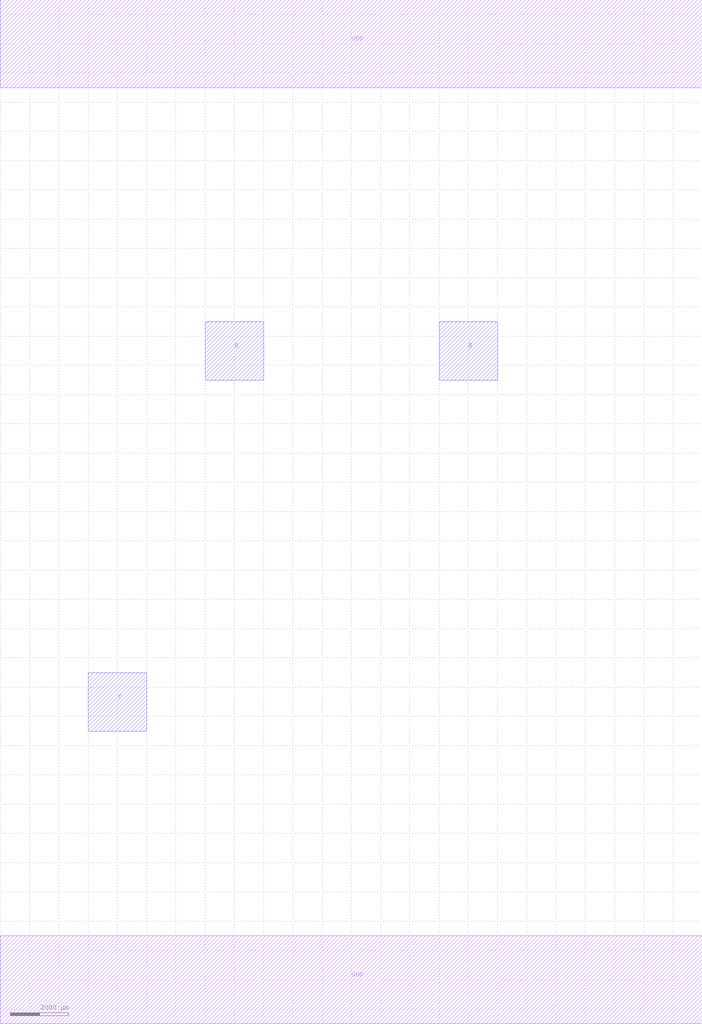
<source format=lef>
MACRO NOR2
 CLASS CORE ;
 ORIGIN 0 0 ;
 FOREIGN NOR2 0 0 ;
 SITE CORE ;
 SYMMETRY X Y R90 ;
  PIN VDD
   DIRECTION INOUT ;
   USE SIGNAL ;
   SHAPE ABUTMENT ;
    PORT
     CLASS CORE ;
       LAYER metal1 ;
        RECT 0.00000000 30500.00000000 24000.00000000 33500.00000000 ;
    END
  END VDD

  PIN GND
   DIRECTION INOUT ;
   USE SIGNAL ;
   SHAPE ABUTMENT ;
    PORT
     CLASS CORE ;
       LAYER metal1 ;
        RECT 0.00000000 -1500.00000000 24000.00000000 1500.00000000 ;
    END
  END GND

  PIN A
   DIRECTION INOUT ;
   USE SIGNAL ;
   SHAPE ABUTMENT ;
    PORT
     CLASS CORE ;
       LAYER metal2 ;
        RECT 7000.00000000 20500.00000000 9000.00000000 22500.00000000 ;
    END
  END A

  PIN B
   DIRECTION INOUT ;
   USE SIGNAL ;
   SHAPE ABUTMENT ;
    PORT
     CLASS CORE ;
       LAYER metal2 ;
        RECT 15000.00000000 20500.00000000 17000.00000000 22500.00000000 ;
    END
  END B

  PIN Y
   DIRECTION INOUT ;
   USE SIGNAL ;
   SHAPE ABUTMENT ;
    PORT
     CLASS CORE ;
       LAYER metal2 ;
        RECT 3000.00000000 8500.00000000 5000.00000000 10500.00000000 ;
    END
  END Y


END NOR2

</source>
